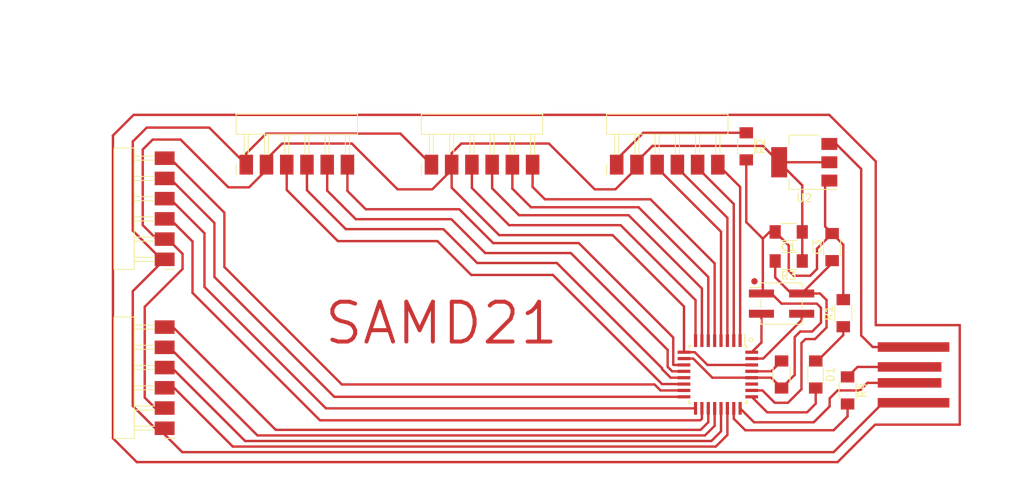
<source format=kicad_pcb>
(kicad_pcb (version 20240108) (generator "pcbnew") (generator_version "8.0")
  (layers (0 "F.Cu" signal) (31 "B.Cu" signal) (34 "B.Paste" user) (35 "F.Paste" user) (36 "B.SilkS" user "B.Silkscreen") (37 "F.SilkS" user "F.Silkscreen") (38 "B.Mask" user) (39 "F.Mask" user) (44 "Edge.Cuts" user))
  (net 0 "")
  (net 1 "GND")
  (net 2 "VDD")
  (net 3 "VCR")
  (net 4 "LED")
  (net 5 "Net-(D1-K)")
  (net 6 "RST")
  (net 7 "CLK")
  (net 8 "DIO")
  (net 9 "PA06")
  (net 10 "PA04")
  (net 11 "PA07")
  (net 12 "PA05")
  (net 13 "PA09")
  (net 14 "PA10")
  (net 15 "PA08")
  (net 16 "PA11")
  (net 17 "PA16")
  (net 18 "PA17")
  (net 19 "PA15")
  (net 20 "PA14")
  (net 21 "PA22")
  (net 22 "PA23")
  (net 23 "PA18")
  (net 24 "PA19")
  (net 25 "PA00")
  (net 26 "PA03")
  (net 27 "PA01")
  (net 28 "PA02")
  (net 29 "D-")
  (net 30 "D+")
  (net 31 "PWR5V")
  (footprint "fab:PinHeader_1x06_P2.54mm_Horizontal_SMD" (layer "F.Cu") (at 87 83.15 90)
    (property "Reference" "J3" (hide yes))
    (property "Value" "Conn_PinHeader_1x06_P2.54mm_Horizontal_SMD")
    (fp_line (start 6.35 -1.27) (end 6.35 13.97) (stroke (width 0.12)) (layer "F.SilkS"))
    (fp_line (start 3.81 -1.27) (end 6.35 -1.27) (stroke (width 0.12)) (layer "F.SilkS"))
    (fp_line (start -1.27 -1.27) (end 0 -1.27) (stroke (width 0.12)) (layer "F.SilkS"))
    (fp_line (start 3.81 -0.254) (end 1.27 -0.254) (stroke (width 0.12)) (layer "F.SilkS"))
    (fp_line (start 3.81 0.254) (end 1.27 0.254) (stroke (width 0.12)) (layer "F.SilkS"))
    (fp_line (start 3.81 2.286) (end 1.27 2.286) (stroke (width 0.12)) (layer "F.SilkS"))
    (fp_line (start 3.81 2.794) (end 1.27 2.794) (stroke (width 0.12)) (layer "F.SilkS"))
    (fp_line (start 3.81 4.826) (end 1.27 4.826) (stroke (width 0.12)) (layer "F.SilkS"))
    (fp_line (start 3.81 5.334) (end 1.27 5.334) (stroke (width 0.12)) (layer "F.SilkS"))
    (fp_line (start 3.81 7.366) (end 1.27 7.366) (stroke (width 0.12)) (layer "F.SilkS"))
    (fp_line (start 3.81 7.874) (end 1.27 7.874) (stroke (width 0.12)) (layer "F.SilkS"))
    (fp_line (start 3.81 9.906) (end 1.27 9.906) (stroke (width 0.12)) (layer "F.SilkS"))
    (fp_line (start 3.81 10.414) (end 1.27 10.414) (stroke (width 0.12)) (layer "F.SilkS"))
    (fp_line (start 3.81 12.446) (end 1.27 12.446) (stroke (width 0.12)) (layer "F.SilkS"))
    (fp_line (start 3.81 12.954) (end 1.27 12.954) (stroke (width 0.12)) (layer "F.SilkS"))
    (fp_line (start 6.35 13.97) (end 3.81 13.97) (stroke (width 0.12)) (layer "F.SilkS"))
    (fp_line (start 3.81 13.97) (end 3.81 -1.27) (stroke (width 0.12)) (layer "F.SilkS"))
    (pad "1" smd rect (at 0 0 90) (size 2.5 1.7) (layers "F.Cu" "F.Paste" "F.Mask") (net 1 "GND"))
    (pad "2" smd rect (at 0 2.54 90) (size 2.5 1.7) (layers "F.Cu" "F.Paste" "F.Mask") (net 2 "VDD"))
    (pad "3" smd rect (at 0 5.08 90) (size 2.5 1.7) (layers "F.Cu" "F.Paste" "F.Mask") (net 16 "PA11"))
    (pad "4" smd rect (at 0 7.62 90) (size 2.5 1.7) (layers "F.Cu" "F.Paste" "F.Mask") (net 14 "PA10"))
    (pad "5" smd rect (at 0 10.16 90) (size 2.5 1.7) (layers "F.Cu" "F.Paste" "F.Mask") (net 13 "PA09"))
    (pad "6" smd rect (at 0 12.7 90) (size 2.5 1.7) (layers "F.Cu" "F.Paste" "F.Mask") (net 15 "PA08"))
  )
  (footprint "fab:R_1206" (layer "F.Cu") (at 161.959832 101.8 90)
    (property "Reference" "R1" (at 0 -1.85 -90) (layer "F.SilkS"))
    (property "Value" "220")
    (fp_line (start -1 -1.07) (end 1 -1.07) (stroke (width 0.12)) (layer "F.SilkS"))
    (fp_line (start 1 1.07) (end -1 1.07) (stroke (width 0.12)) (layer "F.SilkS"))
    (pad "1" smd rect (at -1.7 0 90) (size 1.4 1.7) (layers "F.Cu" "F.Paste" "F.Mask") (net 5 "Net-(D1-K)"))
    (pad "2" smd rect (at 1.7 0 90) (size 1.4 1.7) (layers "F.Cu" "F.Paste" "F.Mask") (net 1 "GND"))
  )
  (footprint "fab:C_1206" (layer "F.Cu") (at 160.559832 93.5 90)
    (property "Reference" "C3" (at 0 -1.85 -90) (layer "F.SilkS"))
    (property "Value" "1uf")
    (fp_line (start -1 -1.07) (end 1 -1.07) (stroke (width 0.12)) (layer "F.SilkS"))
    (fp_line (start 1 1.07) (end -1 1.07) (stroke (width 0.12)) (layer "F.SilkS"))
    (pad "1" smd rect (at -1.7 0 90) (size 1.4 1.7) (layers "F.Cu" "F.Paste" "F.Mask") (net 6 "RST"))
    (pad "2" smd rect (at 1.7 0 90) (size 1.4 1.7) (layers "F.Cu" "F.Paste" "F.Mask") (net 1 "GND"))
  )
  (footprint "fab:C_1206" (layer "F.Cu") (at 155.109832 91.6 180)
    (property "Reference" "C1" (at 0 -1.85 180) (layer "F.SilkS"))
    (property "Value" "1uF")
    (fp_line (start 1 1.07) (end -1 1.07) (stroke (width 0.12)) (layer "F.SilkS"))
    (fp_line (start -1 -1.07) (end 1 -1.07) (stroke (width 0.12)) (layer "F.SilkS"))
    (pad "1" smd rect (at -1.7 0 180) (size 1.4 1.7) (layers "F.Cu" "F.Paste" "F.Mask") (net 2 "VDD"))
    (pad "2" smd rect (at 1.7 0 180) (size 1.4 1.7) (layers "F.Cu" "F.Paste" "F.Mask") (net 1 "GND"))
  )
  (footprint "fab:PinHeader_1x06_P2.54mm_Horizontal_SMD" (layer "F.Cu") (at 76.75 116.25 180)
    (property "Reference" "J5" (hide yes))
    (property "Value" "Conn_PinHeader_1x06_P2.54mm_Horizontal_SMD")
    (fp_line (start 6.35 13.97) (end 3.81 13.97) (stroke (width 0.12)) (layer "F.SilkS"))
    (fp_line (start 6.35 -1.27) (end 6.35 13.97) (stroke (width 0.12)) (layer "F.SilkS"))
    (fp_line (start 3.81 13.97) (end 3.81 -1.27) (stroke (width 0.12)) (layer "F.SilkS"))
    (fp_line (start 3.81 12.954) (end 1.27 12.954) (stroke (width 0.12)) (layer "F.SilkS"))
    (fp_line (start 3.81 12.446) (end 1.27 12.446) (stroke (width 0.12)) (layer "F.SilkS"))
    (fp_line (start 3.81 10.414) (end 1.27 10.414) (stroke (width 0.12)) (layer "F.SilkS"))
    (fp_line (start 3.81 9.906) (end 1.27 9.906) (stroke (width 0.12)) (layer "F.SilkS"))
    (fp_line (start 3.81 7.874) (end 1.27 7.874) (stroke (width 0.12)) (layer "F.SilkS"))
    (fp_line (start 3.81 7.366) (end 1.27 7.366) (stroke (width 0.12)) (layer "F.SilkS"))
    (fp_line (start 3.81 5.334) (end 1.27 5.334) (stroke (width 0.12)) (layer "F.SilkS"))
    (fp_line (start 3.81 4.826) (end 1.27 4.826) (stroke (width 0.12)) (layer "F.SilkS"))
    (fp_line (start 3.81 2.794) (end 1.27 2.794) (stroke (width 0.12)) (layer "F.SilkS"))
    (fp_line (start 3.81 2.286) (end 1.27 2.286) (stroke (width 0.12)) (layer "F.SilkS"))
    (fp_line (start 3.81 0.254) (end 1.27 0.254) (stroke (width 0.12)) (layer "F.SilkS"))
    (fp_line (start 3.81 -0.254) (end 1.27 -0.254) (stroke (width 0.12)) (layer "F.SilkS"))
    (fp_line (start 3.81 -1.27) (end 6.35 -1.27) (stroke (width 0.12)) (layer "F.SilkS"))
    (fp_line (start -1.27 -1.27) (end 0 -1.27) (stroke (width 0.12)) (layer "F.SilkS"))
    (pad "1" smd rect (at 0 0 180) (size 2.5 1.7) (layers "F.Cu" "F.Paste" "F.Mask") (net 1 "GND"))
    (pad "2" smd rect (at 0 2.54 180) (size 2.5 1.7) (layers "F.Cu" "F.Paste" "F.Mask") (net 2 "VDD"))
    (pad "3" smd rect (at 0 5.08 180) (size 2.5 1.7) (layers "F.Cu" "F.Paste" "F.Mask") (net 22 "PA23"))
    (pad "4" smd rect (at 0 7.62 180) (size 2.5 1.7) (layers "F.Cu" "F.Paste" "F.Mask") (net 21 "PA22"))
    (pad "5" smd rect (at 0 10.16 180) (size 2.5 1.7) (layers "F.Cu" "F.Paste" "F.Mask") (net 24 "PA19"))
    (pad "6" smd rect (at 0 12.7 180) (size 2.5 1.7) (layers "F.Cu" "F.Paste" "F.Mask") (net 23 "PA18"))
  )
  (footprint "fab:PinHeader_1x06_P2.54mm_Horizontal_SMD" (layer "F.Cu") (at 76.75 95.04 180)
    (property "Reference" "J4" (hide yes))
    (property "Value" "Conn_PinHeader_1x06_P2.54mm_Horizontal_SMD")
    (fp_line (start 6.35 13.97) (end 3.81 13.97) (stroke (width 0.12)) (layer "F.SilkS"))
    (fp_line (start 6.35 -1.27) (end 6.35 13.97) (stroke (width 0.12)) (layer "F.SilkS"))
    (fp_line (start 3.81 13.97) (end 3.81 -1.27) (stroke (width 0.12)) (layer "F.SilkS"))
    (fp_line (start 3.81 12.954) (end 1.27 12.954) (stroke (width 0.12)) (layer "F.SilkS"))
    (fp_line (start 3.81 12.446) (end 1.27 12.446) (stroke (width 0.12)) (layer "F.SilkS"))
    (fp_line (start 3.81 10.414) (end 1.27 10.414) (stroke (width 0.12)) (layer "F.SilkS"))
    (fp_line (start 3.81 9.906) (end 1.27 9.906) (stroke (width 0.12)) (layer "F.SilkS"))
    (fp_line (start 3.81 7.874) (end 1.27 7.874) (stroke (width 0.12)) (layer "F.SilkS"))
    (fp_line (start 3.81 7.366) (end 1.27 7.366) (stroke (width 0.12)) (layer "F.SilkS"))
    (fp_line (start 3.81 5.334) (end 1.27 5.334) (stroke (width 0.12)) (layer "F.SilkS"))
    (fp_line (start 3.81 4.826) (end 1.27 4.826) (stroke (width 0.12)) (layer "F.SilkS"))
    (fp_line (start 3.81 2.794) (end 1.27 2.794) (stroke (width 0.12)) (layer "F.SilkS"))
    (fp_line (start 3.81 2.286) (end 1.27 2.286) (stroke (width 0.12)) (layer "F.SilkS"))
    (fp_line (start 3.81 0.254) (end 1.27 0.254) (stroke (width 0.12)) (layer "F.SilkS"))
    (fp_line (start 3.81 -0.254) (end 1.27 -0.254) (stroke (width 0.12)) (layer "F.SilkS"))
    (fp_line (start 3.81 -1.27) (end 6.35 -1.27) (stroke (width 0.12)) (layer "F.SilkS"))
    (fp_line (start -1.27 -1.27) (end 0 -1.27) (stroke (width 0.12)) (layer "F.SilkS"))
    (pad "1" smd rect (at 0 0 180) (size 2.5 1.7) (layers "F.Cu" "F.Paste" "F.Mask") (net 1 "GND"))
    (pad "2" smd rect (at 0 2.54 180) (size 2.5 1.7) (layers "F.Cu" "F.Paste" "F.Mask") (net 2 "VDD"))
    (pad "3" smd rect (at 0 5.08 180) (size 2.5 1.7) (layers "F.Cu" "F.Paste" "F.Mask") (net 18 "PA17"))
    (pad "4" smd rect (at 0 7.62 180) (size 2.5 1.7) (layers "F.Cu" "F.Paste" "F.Mask") (net 17 "PA16"))
    (pad "5" smd rect (at 0 10.16 180) (size 2.5 1.7) (layers "F.Cu" "F.Paste" "F.Mask") (net 19 "PA15"))
    (pad "6" smd rect (at 0 12.7 180) (size 2.5 1.7) (layers "F.Cu" "F.Paste" "F.Mask") (net 20 "PA14"))
  )
  (footprint "fab:R_1206" (layer "F.Cu") (at 162.5 111.5 -90)
    (property "Reference" "R4" (at 0 -1.85 90) (layer "F.SilkS"))
    (property "Value" "R_1206")
    (fp_line (start 1 1.07) (end -1 1.07) (stroke (width 0.12)) (layer "F.SilkS"))
    (fp_line (start -1 -1.07) (end 1 -1.07) (stroke (width 0.12)) (layer "F.SilkS"))
    (pad "1" smd rect (at -1.7 0 270) (size 1.4 1.7) (layers "F.Cu" "F.Paste" "F.Mask") (net 29 "D-"))
    (pad "2" smd rect (at 1.7 0 270) (size 1.4 1.7) (layers "F.Cu" "F.Paste" "F.Mask") (net 29 "D-"))
  )
  (footprint "fab:TQFP-32_7x7mm_P0.8mm" (layer "F.Cu") (at 146.209832 109.5 -90)
    (property "Reference" "U1" (hide yes))
    (property "Value" "Microcontroller_ATSAMD21E17A-AUT")
    (fp_line (start -3.625 3.625) (end -3.3 3.625) (stroke (width 0.15)) (layer "F.SilkS"))
    (fp_line (start -3.625 3.625) (end -3.625 3.3) (stroke (width 0.15)) (layer "F.SilkS"))
    (fp_line (start 3.625 3.625) (end 3.3 3.625) (stroke (width 0.15)) (layer "F.SilkS"))
    (fp_line (start 3.625 3.625) (end 3.625 3.3) (stroke (width 0.15)) (layer "F.SilkS"))
    (fp_line (start -3.625 -3.4) (end -5.05 -3.4) (stroke (width 0.15)) (layer "F.SilkS"))
    (fp_line (start -3.625 -3.625) (end -3.625 -3.4) (stroke (width 0.15)) (layer "F.SilkS"))
    (fp_line (start -3.625 -3.625) (end -3.3 -3.625) (stroke (width 0.15)) (layer "F.SilkS"))
    (fp_line (start 3.625 -3.625) (end 3.625 -3.3) (stroke (width 0.15)) (layer "F.SilkS"))
    (fp_line (start 3.625 -3.625) (end 3.3 -3.625) (stroke (width 0.15)) (layer "F.SilkS"))
    (fp_circle (center -4.375 -4.15) (end -4.375 -3.9) (stroke (width 0.12)) (fill none) (layer "F.SilkS"))
    (pad "1" smd rect (at -4.25 -2.8 270) (size 1.6 0.4) (layers "F.Cu" "F.Paste" "F.Mask") (net 25 "PA00"))
    (pad "2" smd rect (at -4.25 -2 270) (size 1.6 0.4) (layers "F.Cu" "F.Paste" "F.Mask") (net 27 "PA01"))
    (pad "3" smd rect (at -4.25 -1.2 270) (size 1.6 0.4) (layers "F.Cu" "F.Paste" "F.Mask") (net 28 "PA02"))
    (pad "4" smd rect (at -4.25 -0.4 270) (size 1.6 0.4) (layers "F.Cu" "F.Paste" "F.Mask") (net 26 "PA03"))
    (pad "5" smd rect (at -4.25 0.4 270) (size 1.6 0.4) (layers "F.Cu" "F.Paste" "F.Mask") (net 10 "PA04"))
    (pad "6" smd rect (at -4.25 1.2 270) (size 1.6 0.4) (layers "F.Cu" "F.Paste" "F.Mask") (net 12 "PA05"))
    (pad "7" smd rect (at -4.25 2 270) (size 1.6 0.4) (layers "F.Cu" "F.Paste" "F.Mask") (net 9 "PA06"))
    (pad "8" smd rect (at -4.25 2.8 270) (size 1.6 0.4) (layers "F.Cu" "F.Paste" "F.Mask") (net 11 "PA07"))
    (pad "9" smd rect (at -2.8 4.25) (size 1.6 0.4) (layers "F.Cu" "F.Paste" "F.Mask") (net 2 "VDD"))
    (pad "10" smd rect (at -2 4.25) (size 1.6 0.4) (layers "F.Cu" "F.Paste" "F.Mask") (net 1 "GND"))
    (pad "11" smd rect (at -1.2 4.25) (size 1.6 0.4) (layers "F.Cu" "F.Paste" "F.Mask") (net 15 "PA08"))
    (pad "12" smd rect (at -0.4 4.25) (size 1.6 0.4) (layers "F.Cu" "F.Paste" "F.Mask") (net 13 "PA09"))
    (pad "13" smd rect (at 0.4 4.25) (size 1.6 0.4) (layers "F.Cu" "F.Paste" "F.Mask") (net 14 "PA10"))
    (pad "14" smd rect (at 1.2 4.25) (size 1.6 0.4) (layers "F.Cu" "F.Paste" "F.Mask") (net 16 "PA11"))
    (pad "15" smd rect (at 2 4.25) (size 1.6 0.4) (layers "F.Cu" "F.Paste" "F.Mask") (net 20 "PA14"))
    (pad "16" smd rect (at 2.8 4.25) (size 1.6 0.4) (layers "F.Cu" "F.Paste" "F.Mask") (net 19 "PA15"))
    (pad "17" smd rect (at 4.25 2.8 270) (size 1.6 0.4) (layers "F.Cu" "F.Paste" "F.Mask") (net 17 "PA16"))
    (pad "18" smd rect (at 4.25 2 270) (size 1.6 0.4) (layers "F.Cu" "F.Paste" "F.Mask") (net 18 "PA17"))
    (pad "19" smd rect (at 4.25 1.2 270) (size 1.6 0.4) (layers "F.Cu" "F.Paste" "F.Mask") (net 23 "PA18"))
    (pad "20" smd rect (at 4.25 0.4 270) (size 1.6 0.4) (layers "F.Cu" "F.Paste" "F.Mask") (net 24 "PA19"))
    (pad "21" smd rect (at 4.25 -0.4 270) (size 1.6 0.4) (layers "F.Cu" "F.Paste" "F.Mask") (net 21 "PA22"))
    (pad "22" smd rect (at 4.25 -1.2 270) (size 1.6 0.4) (layers "F.Cu" "F.Paste" "F.Mask") (net 22 "PA23"))
    (pad "23" smd rect (at 4.25 -2 270) (size 1.6 0.4) (layers "F.Cu" "F.Paste" "F.Mask") (net 29 "D-"))
    (pad "24" smd rect (at 4.25 -2.8 270) (size 1.6 0.4) (layers "F.Cu" "F.Paste" "F.Mask") (net 30 "D+"))
    (pad "25" smd rect (at 2.8 -4.25) (size 1.6 0.4) (layers "F.Cu" "F.Paste" "F.Mask") (net 4 "LED"))
    (pad "26" smd rect (at 2 -4.25) (size 1.6 0.4) (layers "F.Cu" "F.Paste" "F.Mask") (net 6 "RST"))
    (pad "27" smd rect (at 1.2 -4.25) (size 1.6 0.4) (layers "F.Cu" "F.Paste" "F.Mask"))
    (pad "28" smd rect (at 0.4 -4.25) (size 1.6 0.4) (layers "F.Cu" "F.Paste" "F.Mask") (net 1 "GND"))
    (pad "29" smd rect (at -0.4 -4.25) (size 1.6 0.4) (layers "F.Cu" "F.Paste" "F.Mask") (net 3 "VCR"))
    (pad "30" smd rect (at -1.2 -4.25) (size 1.6 0.4) (layers "F.Cu" "F.Paste" "F.Mask") (net 2 "VDD"))
    (pad "31" smd rect (at -2 -4.25) (size 1.6 0.4) (layers "F.Cu" "F.Paste" "F.Mask") (net 7 "CLK"))
    (pad "32" smd rect (at -2.8 -4.25) (size 1.6 0.4) (layers "F.Cu" "F.Paste" "F.Mask") (net 8 "DIO"))
  )
  (footprint "fab:PinHeader_1x06_P2.54mm_Horizontal_SMD" (layer "F.Cu") (at 110.25 83.15 90)
    (property "Reference" "J2" (hide yes))
    (property "Value" "Conn_PinHeader_1x06_P2.54mm_Horizontal_SMD")
    (fp_line (start 6.35 -1.27) (end 6.35 13.97) (stroke (width 0.12)) (layer "F.SilkS"))
    (fp_line (start 3.81 -1.27) (end 6.35 -1.27) (stroke (width 0.12)) (layer "F.SilkS"))
    (fp_line (start -1.27 -1.27) (end 0 -1.27) (stroke (width 0.12)) (layer "F.SilkS"))
    (fp_line (start 3.81 -0.254) (end 1.27 -0.254) (stroke (width 0.12)) (layer "F.SilkS"))
    (fp_line (start 3.81 0.254) (end 1.27 0.254) (stroke (width 0.12)) (layer "F.SilkS"))
    (fp_line (start 3.81 2.286) (end 1.27 2.286) (stroke (width 0.12)) (layer "F.SilkS"))
    (fp_line (start 3.81 2.794) (end 1.27 2.794) (stroke (width 0.12)) (layer "F.SilkS"))
    (fp_line (start 3.81 4.826) (end 1.27 4.826) (stroke (width 0.12)) (layer "F.SilkS"))
    (fp_line (start 3.81 5.334) (end 1.27 5.334) (stroke (width 0.12)) (layer "F.SilkS"))
    (fp_line (start 3.81 7.366) (end 1.27 7.366) (stroke (width 0.12)) (layer "F.SilkS"))
    (fp_line (start 3.81 7.874) (end 1.27 7.874) (stroke (width 0.12)) (layer "F.SilkS"))
    (fp_line (start 3.81 9.906) (end 1.27 9.906) (stroke (width 0.12)) (layer "F.SilkS"))
    (fp_line (start 3.81 10.414) (end 1.27 10.414) (stroke (width 0.12)) (layer "F.SilkS"))
    (fp_line (start 3.81 12.446) (end 1.27 12.446) (stroke (width 0.12)) (layer "F.SilkS"))
    (fp_line (start 3.81 12.954) (end 1.27 12.954) (stroke (width 0.12)) (layer "F.SilkS"))
    (fp_line (start 6.35 13.97) (end 3.81 13.97) (stroke (width 0.12)) (layer "F.SilkS"))
    (fp_line (start 3.81 13.97) (end 3.81 -1.27) (stroke (width 0.12)) (layer "F.SilkS"))
    (pad "1" smd rect (at 0 0 90) (size 2.5 1.7) (layers "F.Cu" "F.Paste" "F.Mask") (net 1 "GND"))
    (pad "2" smd rect (at 0 2.54 90) (size 2.5 1.7) (layers "F.Cu" "F.Paste" "F.Mask") (net 2 "VDD"))
    (pad "3" smd rect (at 0 5.08 90) (size 2.5 1.7) (layers "F.Cu" "F.Paste" "F.Mask") (net 11 "PA07"))
    (pad "4" smd rect (at 0 7.62 90) (size 2.5 1.7) (layers "F.Cu" "F.Paste" "F.Mask") (net 9 "PA06"))
    (pad "5" smd rect (at 0 10.16 90) (size 2.5 1.7) (layers "F.Cu" "F.Paste" "F.Mask") (net 12 "PA05"))
    (pad "6" smd rect (at 0 12.7 90) (size 2.5 1.7) (layers "F.Cu" "F.Paste" "F.Mask") (net 10 "PA04"))
  )
  (footprint "fab:Conn_USB_A_Plain" (layer "F.Cu") (at 170.784832 109.55)
    (property "Reference" "P1" (hide yes))
    (property "Value" "Conn_USB_A_Plain")
    (pad "1" smd rect (at 0 -3.5) (size 9 1.2) (layers "F.Cu" "F.Paste" "F.Mask") (net 31 "PWR5V"))
    (pad "2" smd rect (at -0.5 -1) (size 8 1.2) (layers "F.Cu" "F.Paste" "F.Mask") (net 29 "D-"))
    (pad "3" smd rect (at -0.5 1) (size 8 1.2) (layers "F.Cu" "F.Paste" "F.Mask") (net 30 "D+"))
    (pad "4" smd rect (at 0 3.5) (size 9 1.2) (layers "F.Cu" "F.Paste" "F.Mask") (net 1 "GND"))
  )
  (footprint "fab:PinHeader_2x02_P2.54mm_Vertical_SMD" (layer "F.Cu") (at 154.209832 100.6)
    (property "Reference" "J0" (hide yes))
    (property "Value" "Conn_PinHeader_SWD_2x02_P2.54mm_Vertical_SMD")
    (fp_circle (center -3.4 -2.8) (end -3.1 -2.8) (stroke (width 0.2)) (fill solid) (layer "F.Cu"))
    (fp_line (start -4.04 -2.03) (end -2.6 -2.03) (stroke (width 0.12)) (layer "F.SilkS"))
    (fp_line (start -2.6 -2.6) (end -2.6 -2.03) (stroke (width 0.12)) (layer "F.SilkS"))
    (fp_line (start -2.6 -2.6) (end 2.6 -2.6) (stroke (width 0.12)) (layer "F.SilkS"))
    (fp_line (start -2.6 -0.51) (end -2.6 0.51) (stroke (width 0.12)) (layer "F.SilkS"))
    (fp_line (start -2.6 2.03) (end -2.6 2.6) (stroke (width 0.12)) (layer "F.SilkS"))
    (fp_line (start -2.6 2.6) (end 2.6 2.6) (stroke (width 0.12)) (layer "F.SilkS"))
    (fp_line (start 2.6 -2.6) (end 2.6 -2.03) (stroke (width 0.12)) (layer "F.SilkS"))
    (fp_line (start 2.6 -0.51) (end 2.6 0.51) (stroke (width 0.12)) (layer "F.SilkS"))
    (fp_line (start 2.6 2.03) (end 2.6 2.6) (stroke (width 0.12)) (layer "F.SilkS"))
    (pad "1" smd rect (at -2.525 -1.27) (size 3.15 1) (layers "F.Cu" "F.Paste" "F.Mask") (net 1 "GND"))
    (pad "2" smd rect (at 2.525 -1.27) (size 3.15 1) (layers "F.Cu" "F.Paste" "F.Mask") (net 6 "RST"))
    (pad "3" smd rect (at -2.525 1.27) (size 3.15 1) (layers "F.Cu" "F.Paste" "F.Mask") (net 8 "DIO"))
    (pad "4" smd rect (at 2.525 1.27) (size 3.15 1) (layers "F.Cu" "F.Paste" "F.Mask") (net 7 "CLK"))
  )
  (footprint "fab:LED_1206" (layer "F.Cu") (at 158.5 109.5 -90)
    (property "Reference" "D1" (at 0 -1.85 90) (layer "F.SilkS"))
    (property "Value" "LED_1206")
    (fp_line (start -1.1 1) (end 1.1 1) (stroke (width 0.12)) (layer "F.SilkS"))
    (fp_line (start -1.1 -0.95) (end 1.1 -0.95) (stroke (width 0.12)) (layer "F.SilkS"))
    (pad "1" smd rect (at -1.7 0 270) (size 1.4 1.7) (layers "F.Cu" "F.Paste" "F.Mask") (net 5 "Net-(D1-K)"))
    (pad "2" smd rect (at 1.7 0 270) (size 1.4 1.7) (layers "F.Cu" "F.Paste" "F.Mask") (net 4 "LED"))
  )
  (footprint "fab:PinHeader_1x06_P2.54mm_Horizontal_SMD" (layer "F.Cu") (at 133.509832 83.15 90)
    (property "Reference" "J1" (hide yes))
    (property "Value" "Conn_PinHeader_1x06_P2.54mm_Horizontal_SMD")
    (fp_line (start 6.35 -1.27) (end 6.35 13.97) (stroke (width 0.12)) (layer "F.SilkS"))
    (fp_line (start 3.81 -1.27) (end 6.35 -1.27) (stroke (width 0.12)) (layer "F.SilkS"))
    (fp_line (start -1.27 -1.27) (end 0 -1.27) (stroke (width 0.12)) (layer "F.SilkS"))
    (fp_line (start 3.81 -0.254) (end 1.27 -0.254) (stroke (width 0.12)) (layer "F.SilkS"))
    (fp_line (start 3.81 0.254) (end 1.27 0.254) (stroke (width 0.12)) (layer "F.SilkS"))
    (fp_line (start 3.81 2.286) (end 1.27 2.286) (stroke (width 0.12)) (layer "F.SilkS"))
    (fp_line (start 3.81 2.794) (end 1.27 2.794) (stroke (width 0.12)) (layer "F.SilkS"))
    (fp_line (start 3.81 4.826) (end 1.27 4.826) (stroke (width 0.12)) (layer "F.SilkS"))
    (fp_line (start 3.81 5.334) (end 1.27 5.334) (stroke (width 0.12)) (layer "F.SilkS"))
    (fp_line (start 3.81 7.366) (end 1.27 7.366) (stroke (width 0.12)) (layer "F.SilkS"))
    (fp_line (start 3.81 7.874) (end 1.27 7.874) (stroke (width 0.12)) (layer "F.SilkS"))
    (fp_line (start 3.81 9.906) (end 1.27 9.906) (stroke (width 0.12)) (layer "F.SilkS"))
    (fp_line (start 3.81 10.414) (end 1.27 10.414) (stroke (width 0.12)) (layer "F.SilkS"))
    (fp_line (start 3.81 12.446) (end 1.27 12.446) (stroke (width 0.12)) (layer "F.SilkS"))
    (fp_line (start 3.81 12.954) (end 1.27 12.954) (stroke (width 0.12)) (layer "F.SilkS"))
    (fp_line (start 6.35 13.97) (end 3.81 13.97) (stroke (width 0.12)) (layer "F.SilkS"))
    (fp_line (start 3.81 13.97) (end 3.81 -1.27) (stroke (width 0.12)) (layer "F.SilkS"))
    (pad "1" smd rect (at 0 0 90) (size 2.5 1.7) (layers "F.Cu" "F.Paste" "F.Mask") (net 1 "GND"))
    (pad "2" smd rect (at 0 2.54 90) (size 2.5 1.7) (layers "F.Cu" "F.Paste" "F.Mask") (net 2 "VDD"))
    (pad "3" smd rect (at 0 5.08 90) (size 2.5 1.7) (layers "F.Cu" "F.Paste" "F.Mask") (net 26 "PA03"))
    (pad "4" smd rect (at 0 7.62 90) (size 2.5 1.7) (layers "F.Cu" "F.Paste" "F.Mask") (net 28 "PA02"))
    (pad "5" smd rect (at 0 10.16 90) (size 2.5 1.7) (layers "F.Cu" "F.Paste" "F.Mask") (net 27 "PA01"))
    (pad "6" smd rect (at 0 12.7 90) (size 2.5 1.7) (layers "F.Cu" "F.Paste" "F.Mask") (net 25 "PA00"))
  )
  (footprint "fab:C_1206" (layer "F.Cu") (at 154.209832 109.5 -90)
    (property "Reference" "C2" (hide yes))
    (property "Value" "C_1206")
    (fp_line (start 1 1.07) (end -1 1.07) (stroke (width 0.12)) (layer "F.SilkS"))
    (fp_line (start -1 -1.07) (end 1 -1.07) (stroke (width 0.12)) (layer "F.SilkS"))
    (pad "1" smd rect (at -1.7 0 270) (size 1.4 1.7) (layers "F.Cu" "F.Paste" "F.Mask") (net 3 "VCR"))
    (pad "2" smd rect (at 1.7 0 270) (size 1.4 1.7) (layers "F.Cu" "F.Paste" "F.Mask") (net 1 "GND"))
  )
  (footprint "fab:SOT-223-3_TabPin2" (layer "F.Cu") (at 157.059832 82.85 180)
    (property "Reference" "U2" (at 0 -4.5 180) (layer "F.SilkS"))
    (property "Value" "Regulator_Linear_3.3V_1A_DiodesIncorporated")
    (fp_line (start 1.91 3.41) (end 1.91 2.15) (stroke (width 0.12)) (layer "F.SilkS"))
    (fp_line (start 1.91 -3.41) (end 1.91 -2.15) (stroke (width 0.12)) (layer "F.SilkS"))
    (fp_line (start -1.85 3.41) (end 1.91 3.41) (stroke (width 0.12)) (layer "F.SilkS"))
    (fp_line (start -4.1 -3.41) (end 1.91 -3.41) (stroke (width 0.12)) (layer "F.SilkS"))
    (pad "1" smd rect (at -3.15 -2.3 180) (size 2 1.5) (layers "F.Cu" "F.Paste" "F.Mask") (net 1 "GND"))
    (pad "2" smd rect (at -3.15 0 180) (size 2 1.5) (layers "F.Cu" "F.Paste" "F.Mask") (net 2 "VDD"))
    (pad "2" smd rect (at 3.15 0 180) (size 2 3.8) (layers "F.Cu" "F.Paste" "F.Mask") (net 2 "VDD"))
    (pad "3" smd rect (at -3.15 2.3 180) (size 2 1.5) (layers "F.Cu" "F.Paste" "F.Mask") (net 31 "PWR5V"))
  )
  (footprint "fab:R_1206" (layer "F.Cu") (at 155.109832 95.25 180)
    (property "Reference" "R3" (at 0 -1.85 180) (layer "F.SilkS"))
    (property "Value" "1k")
    (fp_line (start 1 1.07) (end -1 1.07) (stroke (width 0.12)) (layer "F.SilkS"))
    (fp_line (start -1 -1.07) (end 1 -1.07) (stroke (width 0.12)) (layer "F.SilkS"))
    (pad "1" smd rect (at -1.7 0 180) (size 1.4 1.7) (layers "F.Cu" "F.Paste" "F.Mask") (net 2 "VDD"))
    (pad "2" smd rect (at 1.7 0 180) (size 1.4 1.7) (layers "F.Cu" "F.Paste" "F.Mask") (net 6 "RST"))
  )
  (footprint "fab:R_1206" (layer "F.Cu") (at 149.779832 80.85 -90)
    (property "Reference" "R2" (at 0 -1.85 90) (layer "F.SilkS"))
    (property "Value" "R_1206")
    (fp_line (start 1 1.07) (end -1 1.07) (stroke (width 0.12)) (layer "F.SilkS"))
    (fp_line (start -1 -1.07) (end 1 -1.07) (stroke (width 0.12)) (layer "F.SilkS"))
    (pad "1" smd rect (at -1.7 0 270) (size 1.4 1.7) (layers "F.Cu" "F.Paste" "F.Mask") (net 1 "GND"))
    (pad "2" smd rect (at 1.7 0 270) (size 1.4 1.7) (layers "F.Cu" "F.Paste" "F.Mask") (net 1 "GND"))
  )
  (gr_text "SAMD21" (at 111.5 106 0) (layer "F.Cu") (effects (font (size 5 5) (thickness 0.5)) (justify bottom)))
  (segment (start 72.85 76.9) (end 160.199782 76.9) (width 0.3) (layer "F.Cu") (net 1))
  (segment (start 87 81.75) (end 87 83.15) (width 0.3) (layer "F.Cu") (net 1))
  (segment (start 152.709832 91.6) (end 151.859832 92.45) (width 0.3) (layer "F.Cu") (net 1))
  (segment (start 72.75 91.44) (end 76.35 95.04) (width 0.3) (layer "F.Cu") (net 1))
  (segment (start 161.25 120.5) (end 73.25 120.5) (width 0.3) (layer "F.Cu") (net 1))
  (segment (start 70.259832 117.509832) (end 70.259832 79.509832) (width 0.3) (layer "F.Cu") (net 1))
  (segment (start 73.25 120.5) (end 70.259832 117.509832) (width 0.3) (layer "F.Cu") (net 1))
  (segment (start 76.75 116.25) (end 76.75 117.04) (width 0.3) (layer "F.Cu") (net 1))
  (segment (start 155.859832 109.55) (end 155.859832 104.8) (width 0.3) (layer "F.Cu") (net 1))
  (segment (start 70.259832 79.509832) (end 70.25 79.5) (width 0.3) (layer "F.Cu") (net 1))
  (segment (start 160.199782 76.9) (end 166.034832 82.73505) (width 0.3) (layer "F.Cu") (net 1))
  (segment (start 158.639832 100.6) (end 154.209832 100.6) (width 0.3) (layer "F.Cu") (net 1))
  (segment (start 143.119882 107.5) (end 145.519882 109.9) (width 0.3) (layer "F.Cu") (net 1))
  (segment (start 159.679832 85.68) (end 159.679832 90.92) (width 0.3) (layer "F.Cu") (net 1))
  (segment (start 154.209832 111.2) (end 152.909832 109.9) (width 0.3) (layer "F.Cu") (net 1))
  (segment (start 160.559832 91.8) (end 161.959832 93.2) (width 0.3) (layer "F.Cu") (net 1))
  (segment (start 106.35 79.25) (end 89.5 79.25) (width 0.3) (layer "F.Cu") (net 1))
  (segment (start 82.35 78.5) (end 74.5 78.5) (width 0.3) (layer "F.Cu") (net 1))
  (segment (start 70.25 79.5) (end 72.85 76.9) (width 0.3) (layer "F.Cu") (net 1))
  (segment (start 159.679832 90.92) (end 160.559832 91.8) (width 0.3) (layer "F.Cu") (net 1))
  (segment (start 154.209832 111.2) (end 155.859832 109.55) (width 0.3) (layer "F.Cu") (net 1))
  (segment (start 153.409832 91.6) (end 152.709832 91.6) (width 0.3) (layer "F.Cu") (net 1))
  (segment (start 159.159832 101.12) (end 158.639832 100.6) (width 0.3) (layer "F.Cu") (net 1))
  (segment (start 158.659832 93.7) (end 158.659832 96.25) (width 0.3) (layer "F.Cu") (net 1))
  (segment (start 110.25 83.15) (end 106.35 79.25) (width 0.3) (layer "F.Cu") (net 1))
  (segment (start 166.034832 82.73505) (end 166.034832 103.3) (width 0.3) (layer "F.Cu") (net 1))
  (segment (start 151.859832 92.45) (end 149.779832 90.37) (width 0.3) (layer "F.Cu") (net 1))
  (segment (start 72.75 113.44) (end 75.56 116.25) (width 0.3) (layer "F.Cu") (net 1))
  (segment (start 156.559832 104.1) (end 158.059832 104.1) (width 0.3) (layer "F.Cu") (net 1))
  (segment (start 176.584832 103.3) (end 176.584832 115.8) (width 0.3) (layer "F.Cu") (net 1))
  (segment (start 160.209832 85.15) (end 159.679832 85.68) (width 0.3) (layer "F.Cu") (net 1))
  (segment (start 166.034832 103.3) (end 176.584832 103.3) (width 0.3) (layer "F.Cu") (net 1))
  (segment (start 145.519882 109.9) (end 150.459832 109.9) (width 0.3) (layer "F.Cu") (net 1))
  (segment (start 74.5 78.5) (end 72.75 80.25) (width 0.3) (layer "F.Cu") (net 1))
  (segment (start 76.35 95.04) (end 76.75 95.04) (width 0.3) (layer "F.Cu") (net 1))
  (segment (start 160.75 119.25) (end 166.95 113.05) (width 0.3) (layer "F.Cu") (net 1))
  (segment (start 136.849832 79.15) (end 133.509832 82.49) (width 0.3) (layer "F.Cu") (net 1))
  (segment (start 155.109832 93.3) (end 153.409832 91.6) (width 0.3) (layer "F.Cu") (net 1))
  (segment (start 149.779832 79.15) (end 136.849832 79.15) (width 0.3) (layer "F.Cu") (net 1))
  (segment (start 157.809832 97.1) (end 155.759832 97.1) (width 0.3) (layer "F.Cu") (net 1))
  (segment (start 72.75 99.04) (end 72.75 113.44) (width 0.3) (layer "F.Cu") (net 1))
  (segment (start 89.5 79.25) (end 87 81.75) (width 0.3) (layer "F.Cu") (net 1))
  (segment (start 78.96 119.25) (end 160.75 119.25) (width 0.3) (layer "F.Cu") (net 1))
  (segment (start 165.95 115.8) (end 161.25 120.5) (width 0.3) (layer "F.Cu") (net 1))
  (segment (start 155.109832 96.45) (end 155.109832 93.3) (width 0.3) (layer "F.Cu") (net 1))
  (segment (start 158.659832 96.25) (end 157.809832 97.1) (width 0.3) (layer "F.Cu") (net 1))
  (segment (start 149.779832 90.37) (end 149.779832 82.55) (width 0.3) (layer "F.Cu") (net 1))
  (segment (start 72.75 80.25) (end 72.75 91.44) (width 0.3) (layer "F.Cu") (net 1))
  (segment (start 152.909832 109.9) (end 150.459832 109.9) (width 0.3) (layer "F.Cu") (net 1))
  (segment (start 87 83.15) (end 82.35 78.5) (width 0.3) (layer "F.Cu") (net 1))
  (segment (start 76.75 95.04) (end 72.75 99.04) (width 0.3) (layer "F.Cu") (net 1))
  (segment (start 158.059832 104.1) (end 159.159832 103) (width 0.3) (layer "F.Cu") (net 1))
  (segment (start 151.684832 99.33) (end 151.859832 99.155) (width 0.3) (layer "F.Cu") (net 1))
  (segment (start 160.559832 91.8) (end 158.659832 93.7) (width 0.3) (layer "F.Cu") (net 1))
  (segment (start 176.584832 115.8) (end 165.95 115.8) (width 0.3) (layer "F.Cu") (net 1))
  (segment (start 159.159832 103) (end 159.159832 101.12) (width 0.3) (layer "F.Cu") (net 1))
  (segment (start 161.959832 93.2) (end 161.959832 100.1) (width 0.3) (layer "F.Cu") (net 1))
  (segment (start 155.859832 104.8) (end 156.559832 104.1) (width 0.3) (layer "F.Cu") (net 1))
  (segment (start 75.56 116.25) (end 76.75 116.25) (width 0.3) (layer "F.Cu") (net 1))
  (segment (start 151.859832 99.155) (end 151.859832 92.45) (width 0.3) (layer "F.Cu") (net 1))
  (segment (start 152.939832 99.33) (end 151.684832 99.33) (width 0.3) (layer "F.Cu") (net 1))
  (segment (start 76.75 117.04) (end 78.96 119.25) (width 0.3) (layer "F.Cu") (net 1))
  (segment (start 166.95 113.05) (end 170.784832 113.05) (width 0.3) (layer "F.Cu") (net 1))
  (segment (start 154.209832 100.6) (end 152.939832 99.33) (width 0.3) (layer "F.Cu") (net 1))
  (segment (start 141.959832 107.5) (end 143.119882 107.5) (width 0.3) (layer "F.Cu") (net 1))
  (segment (start 155.759832 97.1) (end 155.109832 96.45) (width 0.3) (layer "F.Cu") (net 1))
  (segment (start 89.54 83.81) (end 87.35 86) (width 0.3) (layer "F.Cu") (net 2))
  (segment (start 75.75 92.5) (end 76.75 92.5) (width 0.3) (layer "F.Cu") (net 2))
  (segment (start 79 96.25) (end 74.25 101) (width 0.3) (layer "F.Cu") (net 2))
  (segment (start 160.209832 82.85) (end 153.909832 82.85) (width 0.3) (layer "F.Cu") (net 2))
  (segment (start 74 81.25) (end 74 90.75) (width 0.3) (layer "F.Cu") (net 2))
  (segment (start 77.15 92.5) (end 79 94.35) (width 0.3) (layer "F.Cu") (net 2))
  (segment (start 153.909832 82.85) (end 151.859832 80.8) (width 0.3) (layer "F.Cu") (net 2))
  (segment (start 156.809832 91.6) (end 156.809832 95.25) (width 0.3) (layer "F.Cu") (net 2))
  (segment (start 79 94.35) (end 79 96.25) (width 0.3) (layer "F.Cu") (net 2))
  (segment (start 74.25 101) (end 74.25 112.4) (width 0.3) (layer "F.Cu") (net 2))
  (segment (start 133 92) (end 118.75 92) (width 0.3) (layer "F.Cu") (net 2))
  (segment (start 112.79 83.81) (end 112.79 83.15) (width 0.3) (layer "F.Cu") (net 2))
  (segment (start 112.79 81.71) (end 112.79 83.15) (width 0.3) (layer "F.Cu") (net 2))
  (segment (start 156.809832 85.75) (end 153.909832 82.85) (width 0.3) (layer "F.Cu") (net 2))
  (segment (start 89.54 83.15) (end 89.54 83.81) (width 0.3) (layer "F.Cu") (net 2))
  (segment (start 141.959832 100.959832) (end 133 92) (width 0.3) (layer "F.Cu") (net 2))
  (segment (start 114 80.5) (end 112.79 81.71) (width 0.3) (layer "F.Cu") (net 2))
  (segment (start 84.75 86) (end 78.75 80) (width 0.3) (layer "F.Cu") (net 2))
  (segment (start 141.959832 106.7) (end 141.959832 100.959832) (width 0.3) (layer "F.Cu") (net 2))
  (segment (start 118.75 92) (end 112.79 86.04) (width 0.3) (layer "F.Cu") (net 2))
  (segment (start 74 90.75) (end 75.75 92.5) (width 0.3) (layer "F.Cu") (net 2))
  (segment (start 130.75 86.25) (end 125 80.5) (width 0.3) (layer "F.Cu") (net 2))
  (segment (start 143.309832 106.7) (end 141.959832 106.7) (width 0.3) (layer "F.Cu") (net 2))
  (segment (start 137.999832 80.8) (end 136.049832 82.75) (width 0.3) (layer "F.Cu") (net 2))
  (segment (start 91.5 80.5) (end 89.54 82.46) (width 0.3) (layer "F.Cu") (net 2))
  (segment (start 75.56 113.71) (end 76.75 113.71) (width 0.3) (layer "F.Cu") (net 2))
  (segment (start 136.049832 83.55) (end 133.349832 86.25) (width 0.3) (layer "F.Cu") (net 2))
  (segment (start 150.459832 108.3) (end 144.909832 108.3) (width 0.3) (layer "F.Cu") (net 2))
  (segment (start 125 80.5) (end 114 80.5) (width 0.3) (layer "F.Cu") (net 2))
  (segment (start 112.79 83.81) (end 110.35 86.25) (width 0.3) (layer "F.Cu") (net 2))
  (segment (start 100.25 80.5) (end 91.5 80.5) (width 0.3) (layer "F.Cu") (net 2))
  (segment (start 87.35 86) (end 84.75 86) (width 0.3) (layer "F.Cu") (net 2))
  (segment (start 78.75 80) (end 75.25 80) (width 0.3) (layer "F.Cu") (net 2))
  (segment (start 133.349832 86.25) (end 130.75 86.25) (width 0.3) (layer "F.Cu") (net 2))
  (segment (start 151.859832 80.8) (end 137.999832 80.8) (width 0.3) (layer "F.Cu") (net 2))
  (segment (start 110.35 86.25) (end 106 86.25) (width 0.3) (layer "F.Cu") (net 2))
  (segment (start 74.25 112.4) (end 75.56 113.71) (width 0.3) (layer "F.Cu") (net 2))
  (segment (start 89.54 82.46) (end 89.54 83.15) (width 0.3) (layer "F.Cu") (net 2))
  (segment (start 112.79 86.04) (end 112.79 83.81) (width 0.3) (layer "F.Cu") (net 2))
  (segment (start 106 86.25) (end 100.25 80.5) (width 0.3) (layer "F.Cu") (net 2))
  (segment (start 75.25 80) (end 74 81.25) (width 0.3) (layer "F.Cu") (net 2))
  (segment (start 76.75 92.5) (end 77.15 92.5) (width 0.3) (layer "F.Cu") (net 2))
  (segment (start 136.049832 83.15) (end 136.049832 83.55) (width 0.3) (layer "F.Cu") (net 2))
  (segment (start 156.809832 91.6) (end 156.809832 85.75) (width 0.3) (layer "F.Cu") (net 2))
  (segment (start 144.909832 108.3) (end 143.309832 106.7) (width 0.3) (layer "F.Cu") (net 2))
  (segment (start 154.209832 107.8) (end 152.909832 109.1) (width 0.3) (layer "F.Cu") (net 3))
  (segment (start 152.909832 109.1) (end 150.459832 109.1) (width 0.3) (layer "F.Cu") (net 3))
  (segment (start 157.409832 114.25) (end 158.5 113.159832) (width 0.3) (layer "F.Cu") (net 4))
  (segment (start 152.409832 114.25) (end 157.409832 114.25) (width 0.3) (layer "F.Cu") (net 4))
  (segment (start 158.5 113.159832) (end 158.5 111.2) (width 0.3) (layer "F.Cu") (net 4))
  (segment (start 150.459832 112.3) (end 152.409832 114.25) (width 0.3) (layer "F.Cu") (net 4))
  (segment (start 158.5 107.8) (end 158.709832 107.8) (width 0.3) (layer "F.Cu") (net 5))
  (segment (start 161.959832 104.55) (end 161.959832 103.5) (width 0.3) (layer "F.Cu") (net 5))
  (segment (start 158.709832 107.8) (end 161.959832 104.55) (width 0.3) (layer "F.Cu") (net 5))
  (segment (start 156.709832 105.55) (end 157.209832 105.05) (width 0.3) (layer "F.Cu") (net 6))
  (segment (start 158.409832 105.05) (end 159.859832 103.6) (width 0.3) (layer "F.Cu") (net 6))
  (segment (start 160.559832 95.2) (end 160.559832 95.505) (width 0.3) (layer "F.Cu") (net 6))
  (segment (start 157.209832 105.05) (end 158.409832 105.05) (width 0.3) (layer "F.Cu") (net 6))
  (segment (start 159.039832 99.33) (end 156.734832 99.33) (width 0.3) (layer "F.Cu") (net 6))
  (segment (start 156.709832 111.35) (end 156.709832 105.55) (width 0.3) (layer "F.Cu") (net 6))
  (segment (start 151.809832 111.5) (end 153.359832 113.05) (width 0.3) (layer "F.Cu") (net 6))
  (segment (start 155.439832 99.33) (end 156.734832 99.33) (width 0.3) (layer "F.Cu") (net 6))
  (segment (start 160.559832 95.505) (end 156.734832 99.33) (width 0.3) (layer "F.Cu") (net 6))
  (segment (start 153.359832 113.05) (end 155.009832 113.05) (width 0.3) (layer "F.Cu") (net 6))
  (segment (start 155.009832 113.05) (end 156.709832 111.35) (width 0.3) (layer "F.Cu") (net 6))
  (segment (start 153.409832 95.25) (end 153.409832 97.3) (width 0.3) (layer "F.Cu") (net 6))
  (segment (start 150.459832 111.5) (end 151.809832 111.5) (width 0.3) (layer "F.Cu") (net 6))
  (segment (start 153.409832 97.3) (end 155.439832 99.33) (width 0.3) (layer "F.Cu") (net 6))
  (segment (start 159.859832 100.15) (end 159.039832 99.33) (width 0.3) (layer "F.Cu") (net 6))
  (segment (start 159.859832 103.6) (end 159.859832 100.15) (width 0.3) (layer "F.Cu") (net 6))
  (segment (start 156.734832 101.87) (end 156.734832 102.67) (width 0.3) (layer "F.Cu") (net 7))
  (segment (start 151.904832 107.5) (end 150.459832 107.5) (width 0.3) (layer "F.Cu") (net 7))
  (segment (start 156.734832 102.67) (end 151.904832 107.5) (width 0.3) (layer "F.Cu") (net 7))
  (segment (start 151.684832 101.87) (end 151.684832 105.475) (width 0.3) (layer "F.Cu") (net 8))
  (segment (start 151.684832 105.475) (end 150.459832 106.7) (width 0.3) (layer "F.Cu") (net 8))
  (segment (start 117.87 86.12) (end 117.87 83.15) (width 0.3) (layer "F.Cu") (net 9))
  (segment (start 144.209832 105.25) (end 144.209832 98.709832) (width 0.3) (layer "F.Cu") (net 9))
  (segment (start 121.25 89.5) (end 117.87 86.12) (width 0.3) (layer "F.Cu") (net 9))
  (segment (start 135 89.5) (end 121.25 89.5) (width 0.3) (layer "F.Cu") (net 9))
  (segment (start 144.209832 98.709832) (end 135 89.5) (width 0.3) (layer "F.Cu") (net 9))
  (segment (start 137.75 87.5) (end 145.809832 95.559832) (width 0.3) (layer "F.Cu") (net 10))
  (segment (start 124.5 87.5) (end 137.75 87.5) (width 0.3) (layer "F.Cu") (net 10))
  (segment (start 122.95 85.95) (end 124.5 87.5) (width 0.3) (layer "F.Cu") (net 10))
  (segment (start 122.95 83.15) (end 122.95 85.95) (width 0.3) (layer "F.Cu") (net 10))
  (segment (start 145.809832 95.559832) (end 145.809832 105.25) (width 0.3) (layer "F.Cu") (net 10))
  (segment (start 134 90.75) (end 120 90.75) (width 0.3) (layer "F.Cu") (net 11))
  (segment (start 143.409832 100.159832) (end 134 90.75) (width 0.3) (layer "F.Cu") (net 11))
  (segment (start 143.409832 105.25) (end 143.409832 100.159832) (width 0.3) (layer "F.Cu") (net 11))
  (segment (start 115.33 86.08) (end 115.33 83.15) (width 0.3) (layer "F.Cu") (net 11))
  (segment (start 120 90.75) (end 115.33 86.08) (width 0.3) (layer "F.Cu") (net 11))
  (segment (start 120.41 86.16) (end 120.41 83.15) (width 0.3) (layer "F.Cu") (net 12))
  (segment (start 136.25 88.5) (end 122.75 88.5) (width 0.3) (layer "F.Cu") (net 12))
  (segment (start 145.009832 105.25) (end 145.009832 97.259832) (width 0.3) (layer "F.Cu") (net 12))
  (segment (start 122.75 88.5) (end 120.41 86.16) (width 0.3) (layer "F.Cu") (net 12))
  (segment (start 145.009832 97.259832) (end 136.25 88.5) (width 0.3) (layer "F.Cu") (net 12))
  (segment (start 141.959832 109.1) (end 140.469883 109.1) (width 0.3) (layer "F.Cu") (net 13))
  (segment (start 140.469883 109.1) (end 139.909832 108.539949) (width 0.3) (layer "F.Cu") (net 13))
  (segment (start 100.75 90) (end 97.16 86.41) (width 0.3) (layer "F.Cu") (net 13))
  (segment (start 127.75 94.25) (end 117 94.25) (width 0.3) (layer "F.Cu") (net 13))
  (segment (start 139.909832 106.409832) (end 127.75 94.25) (width 0.3) (layer "F.Cu") (net 13))
  (segment (start 139.909832 108.539949) (end 139.909832 106.409832) (width 0.3) (layer "F.Cu") (net 13))
  (segment (start 117 94.25) (end 112.75 90) (width 0.3) (layer "F.Cu") (net 13))
  (segment (start 112.75 90) (end 100.75 90) (width 0.3) (layer "F.Cu") (net 13))
  (segment (start 97.16 86.41) (end 97.16 83.15) (width 0.3) (layer "F.Cu") (net 13))
  (segment (start 141.959832 109.9) (end 140.279933 109.9) (width 0.3) (layer "F.Cu") (net 14))
  (segment (start 94.62 86.37) (end 94.62 83.15) (width 0.3) (layer "F.Cu") (net 14))
  (segment (start 99.5 91.25) (end 94.62 86.37) (width 0.3) (layer "F.Cu") (net 14))
  (segment (start 139.209832 108.709832) (end 126 95.5) (width 0.3) (layer "F.Cu") (net 14))
  (segment (start 140.279933 109.9) (end 139.209832 108.829899) (width 0.3) (layer "F.Cu") (net 14))
  (segment (start 126 95.5) (end 116 95.5) (width 0.3) (layer "F.Cu") (net 14))
  (segment (start 116 95.5) (end 111.75 91.25) (width 0.3) (layer "F.Cu") (net 14))
  (segment (start 111.75 91.25) (end 99.5 91.25) (width 0.3) (layer "F.Cu") (net 14))
  (segment (start 139.209832 108.829899) (end 139.209832 108.709832) (width 0.3) (layer "F.Cu") (net 14))
  (segment (start 140.659832 108.3) (end 141.959832 108.3) (width 0.3) (layer "F.Cu") (net 15))
  (segment (start 113.75 88.75) (end 118 93) (width 0.3) (layer "F.Cu") (net 15))
  (segment (start 128.75 93) (end 140.609832 104.859832) (width 0.3) (layer "F.Cu") (net 15))
  (segment (start 140.609832 104.859832) (end 140.609832 108.25) (width 0.3) (layer "F.Cu") (net 15))
  (segment (start 102 88.75) (end 113.75 88.75) (width 0.3) (layer "F.Cu") (net 15))
  (segment (start 140.609832 108.25) (end 140.659832 108.3) (width 0.3) (layer "F.Cu") (net 15))
  (segment (start 99.7 83.15) (end 99.7 86.45) (width 0.3) (layer "F.Cu") (net 15))
  (segment (start 118 93) (end 128.75 93) (width 0.3) (layer "F.Cu") (net 15))
  (segment (start 99.7 86.45) (end 102 88.75) (width 0.3) (layer "F.Cu") (net 15))
  (segment (start 139.2 110.7) (end 141.959832 110.7) (width 0.3) (layer "F.Cu") (net 16))
  (segment (start 125.5 97) (end 139.2 110.7) (width 0.3) (layer "F.Cu") (net 16))
  (segment (start 111 92.75) (end 115.25 97) (width 0.3) (layer "F.Cu") (net 16))
  (segment (start 98.5 92.75) (end 111 92.75) (width 0.3) (layer "F.Cu") (net 16))
  (segment (start 92.08 83.15) (end 92.08 86.33) (width 0.3) (layer "F.Cu") (net 16))
  (segment (start 92.08 86.33) (end 98.5 92.75) (width 0.3) (layer "F.Cu") (net 16))
  (segment (start 115.25 97) (end 125.5 97) (width 0.3) (layer "F.Cu") (net 16))
  (segment (start 81.75 91.76) (end 77.41 87.42) (width 0.3) (layer "F.Cu") (net 17))
  (segment (start 97 113.75) (end 81.75 98.5) (width 0.3) (layer "F.Cu") (net 17))
  (segment (start 143.409832 113.75) (end 97 113.75) (width 0.3) (layer "F.Cu") (net 17))
  (segment (start 81.75 98.5) (end 81.75 91.76) (width 0.3) (layer "F.Cu") (net 17))
  (segment (start 77.41 87.42) (end 76.75 87.42) (width 0.3) (layer "F.Cu") (net 17))
  (segment (start 144.209832 113.75) (end 144.209832 115.05) (width 0.3) (layer "F.Cu") (net 18))
  (segment (start 80.25 92.8) (end 77.41 89.96) (width 0.3) (layer "F.Cu") (net 18))
  (segment (start 80.25 99.25) (end 80.25 92.8) (width 0.3) (layer "F.Cu") (net 18))
  (segment (start 96.25 115.25) (end 80.25 99.25) (width 0.3) (layer "F.Cu") (net 18))
  (segment (start 144.209832 115.05) (end 144.009832 115.25) (width 0.3) (layer "F.Cu") (net 18))
  (segment (start 144.009832 115.25) (end 96.25 115.25) (width 0.3) (layer "F.Cu") (net 18))
  (segment (start 77.41 89.96) (end 76.75 89.96) (width 0.3) (layer "F.Cu") (net 18))
  (segment (start 141.959832 112.3) (end 98.05 112.3) (width 0.3) (layer "F.Cu") (net 19))
  (segment (start 83 90.47) (end 77.41 84.88) (width 0.3) (layer "F.Cu") (net 19))
  (segment (start 77.41 84.88) (end 76.75 84.88) (width 0.3) (layer "F.Cu") (net 19))
  (segment (start 98.05 112.3) (end 83 97.25) (width 0.3) (layer "F.Cu") (net 19))
  (segment (start 83 97.25) (end 83 90.47) (width 0.3) (layer "F.Cu") (net 19))
  (segment (start 76.75 82.34) (end 77.41 82.34) (width 0.3) (layer "F.Cu") (net 20))
  (segment (start 138.26005 110.75) (end 139.01005 111.5) (width 0.3) (layer "F.Cu") (net 20))
  (segment (start 84.25 89.18) (end 84.25 96) (width 0.3) (layer "F.Cu") (net 20))
  (segment (start 77.41 82.34) (end 84.25 89.18) (width 0.3) (layer "F.Cu") (net 20))
  (segment (start 139.01005 111.5) (end 141.959832 111.5) (width 0.3) (layer "F.Cu") (net 20))
  (segment (start 99 110.75) (end 138.26005 110.75) (width 0.3) (layer "F.Cu") (net 20))
  (segment (start 84.25 96) (end 99 110.75) (width 0.3) (layer "F.Cu") (net 20))
  (segment (start 146.609832 113.75) (end 146.609832 116.640168) (width 0.3) (layer "F.Cu") (net 21))
  (segment (start 146.609832 116.640168) (end 145.4 117.85) (width 0.3) (layer "F.Cu") (net 21))
  (segment (start 77.63 108.63) (end 76.75 108.63) (width 0.3) (layer "F.Cu") (net 21))
  (segment (start 145.4 117.85) (end 86.85 117.85) (width 0.3) (layer "F.Cu") (net 21))
  (segment (start 86.85 117.85) (end 77.63 108.63) (width 0.3) (layer "F.Cu") (net 21))
  (segment (start 77.92 111.17) (end 76.75 111.17) (width 0.3) (layer "F.Cu") (net 22))
  (segment (start 147.409832 117.090168) (end 145.95 118.55) (width 0.3) (layer "F.Cu") (net 22))
  (segment (start 85.3 118.55) (end 77.92 111.17) (width 0.3) (layer "F.Cu") (net 22))
  (segment (start 145.95 118.55) (end 85.3 118.55) (width 0.3) (layer "F.Cu") (net 22))
  (segment (start 147.409832 113.75) (end 147.409832 117.090168) (width 0.3) (layer "F.Cu") (net 22))
  (segment (start 145.009832 115.490168) (end 144.05 116.45) (width 0.3) (layer "F.Cu") (net 23))
  (segment (start 77.8 103.55) (end 76.75 103.55) (width 0.3) (layer "F.Cu") (net 23))
  (segment (start 90.7 116.45) (end 77.8 103.55) (width 0.3) (layer "F.Cu") (net 23))
  (segment (start 145.009832 113.75) (end 145.009832 115.490168) (width 0.3) (layer "F.Cu") (net 23))
  (segment (start 144.05 116.45) (end 90.7 116.45) (width 0.3) (layer "F.Cu") (net 23))
  (segment (start 144.6 117.15) (end 88.4 117.15) (width 0.3) (layer "F.Cu") (net 24))
  (segment (start 145.809832 113.75) (end 145.809832 115.940168) (width 0.3) (layer "F.Cu") (net 24))
  (segment (start 77.34 106.09) (end 76.75 106.09) (width 0.3) (layer "F.Cu") (net 24))
  (segment (start 145.809832 115.940168) (end 144.6 117.15) (width 0.3) (layer "F.Cu") (net 24))
  (segment (start 88.4 117.15) (end 77.34 106.09) (width 0.3) (layer "F.Cu") (net 24))
  (segment (start 149.009832 85.95) (end 149.009832 105.25) (width 0.3) (layer "F.Cu") (net 25))
  (segment (start 146.209832 83.15) (end 149.009832 85.95) (width 0.3) (layer "F.Cu") (net 25))
  (segment (start 138.589832 83.55) (end 146.609832 91.57) (width 0.3) (layer "F.Cu") (net 26))
  (segment (start 138.589832 83.15) (end 138.589832 83.55) (width 0.3) (layer "F.Cu") (net 26))
  (segment (start 146.609832 91.57) (end 146.609832 105.25) (width 0.3) (layer "F.Cu") (net 26))
  (segment (start 143.669832 83.55) (end 148.209832 88.09) (width 0.3) (layer "F.Cu") (net 27))
  (segment (start 143.669832 83.15) (end 143.669832 83.55) (width 0.3) (layer "F.Cu") (net 27))
  (segment (start 148.209832 88.09) (end 148.209832 105.25) (width 0.3) (layer "F.Cu") (net 27))
  (segment (start 141.129832 83.55) (end 147.409832 89.83) (width 0.3) (layer "F.Cu") (net 28))
  (segment (start 147.409832 89.83) (end 147.409832 105.25) (width 0.3) (layer "F.Cu") (net 28))
  (segment (start 141.129832 83.15) (end 141.129832 83.55) (width 0.3) (layer "F.Cu") (net 28))
  (segment (start 162.5 109.8) (end 163.75 108.55) (width 0.3) (layer "F.Cu") (net 29))
  (segment (start 163.75 108.55) (end 170.284832 108.55) (width 0.3) (layer "F.Cu") (net 29))
  (segment (start 170.284832 108.55) (end 170.234832 108.5) (width 0.3) (layer "F.Cu") (net 29))
  (segment (start 162.5 113.2) (end 162.5 114.75) (width 0.3) (layer "F.Cu") (net 29))
  (segment (start 162.5 114.75) (end 160.75 116.5) (width 0.3) (layer "F.Cu") (net 29))
  (segment (start 160.75 116.5) (end 149.659832 116.5) (width 0.3) (layer "F.Cu") (net 29))
  (segment (start 149.659832 116.5) (end 148.209832 115.05) (width 0.3) (layer "F.Cu") (net 29))
  (segment (start 148.209832 115.05) (end 148.209832 113.75) (width 0.3) (layer "F.Cu") (net 29))
  (segment (start 164.05 111.5) (end 161.25 111.5) (width 0.3) (layer "F.Cu") (net 30))
  (segment (start 149.05 113.75) (end 149.009832 113.75) (width 0.3) (layer "F.Cu") (net 30))
  (segment (start 161.25 111.5) (end 160.25 112.5) (width 0.3) (layer "F.Cu") (net 30))
  (segment (start 158.25 115.5) (end 150.759832 115.5) (width 0.3) (layer "F.Cu") (net 30))
  (segment (start 160.25 112.5) (end 160.25 113.5) (width 0.3) (layer "F.Cu") (net 30))
  (segment (start 160.25 113.5) (end 158.25 115.5) (width 0.3) (layer "F.Cu") (net 30))
  (segment (start 150.759832 115.5) (end 149.009832 113.75) (width 0.3) (layer "F.Cu") (net 30))
  (segment (start 170.284832 110.55) (end 166.884832 110.55) (width 0.3) (layer "F.Cu") (net 30))
  (segment (start 165 110.55) (end 164.05 111.5) (width 0.3) (layer "F.Cu") (net 30))
  (segment (start 170.284832 110.55) (end 165 110.55) (width 0.3) (layer "F.Cu") (net 30))
  (segment (start 161.059832 80.55) (end 164.209832 83.7) (width 0.3) (layer "F.Cu") (net 31))
  (segment (start 164.209832 104.6) (end 165.659832 106.05) (width 0.3) (layer "F.Cu") (net 31))
  (segment (start 160.209832 80.55) (end 161.059832 80.55) (width 0.3) (layer "F.Cu") (net 31))
  (segment (start 164.209832 83.7) (end 164.209832 104.6) (width 0.3) (layer "F.Cu") (net 31))
  (segment (start 165.659832 106.05) (end 170.784832 106.05) (width 0.3) (layer "F.Cu") (net 31))
)
</source>
